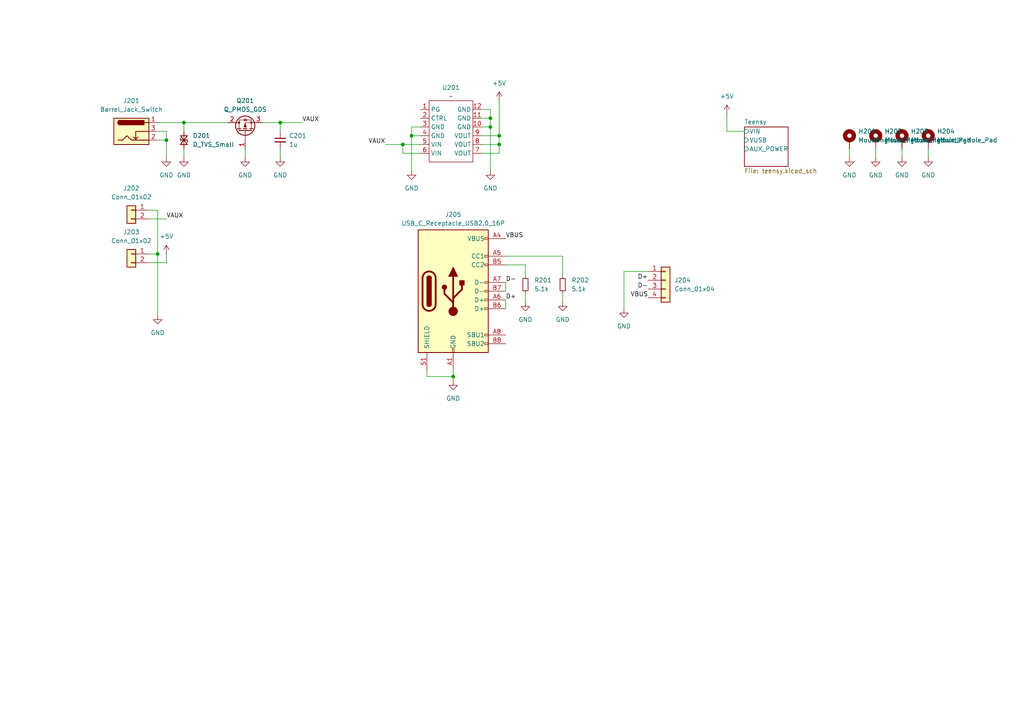
<source format=kicad_sch>
(kicad_sch (version 20250114) (generator "eeschema") (generator_version "9.0")
  (paper "A4")
  (lib_symbols
    (symbol "Connector:Barrel_Jack_Switch" (pin_names (hide yes))
      (property "Reference" "J" (at 0 5.334 0))
      (property "Value" "Barrel_Jack_Switch" (at 0 -5.08 0))
      (symbol "Barrel_Jack_Switch_0_1"
        (rectangle (start -5.08 3.81) (end 5.08 -3.81) (stroke (width 0.254)) (fill (type background)))
        (polyline (pts (xy -3.81 -2.54) (xy -2.54 -2.54) (xy -1.27 -1.27) (xy 0 -2.54) (xy 2.54 -2.54) (xy 5.08 -2.54)) (stroke (width 0.254)))
        (arc (start -3.302 1.905) (mid -3.9343 2.54) (end -3.302 3.175) (stroke (width 0.254)))
        (arc (start -3.302 1.905) (mid -3.9343 2.54) (end -3.302 3.175) (stroke (width 0.254)) (fill (type outline)))
        (polyline (pts (xy 1.27 -2.286) (xy 1.905 -1.651)) (stroke (width 0.254)))
        (rectangle (start 3.683 3.175) (end -3.302 1.905) (stroke (width 0.254)) (fill (type outline)))
        (polyline (pts (xy 5.08 2.54) (xy 3.81 2.54)) (stroke (width 0.254)))
        (polyline (pts (xy 5.08 0) (xy 1.27 0) (xy 1.27 -2.286) (xy 0.635 -1.651)) (stroke (width 0.254)))
      )
      (symbol "Barrel_Jack_Switch_1_1"
        (pin passive line (at 7.62 2.54 180) (length 2.54) (name "~") (number "1"))
        (pin passive line (at 7.62 0 180) (length 2.54) (name "~") (number "3"))
        (pin passive line (at 7.62 -2.54 180) (length 2.54) (name "~") (number "2"))
      )
    )
    (symbol "Connector:USB_C_Receptacle_USB2.0_16P" (pin_names (offset 1.016))
      (property "Reference" "J" (at 0 22.225 0))
      (property "Value" "USB_C_Receptacle_USB2.0_16P" (at 0 19.685 0))
      (symbol "USB_C_Receptacle_USB2.0_16P_0_0"
        (rectangle (start -0.254 -17.78) (end 0.254 -16.764))
        (rectangle (start 10.16 15.494) (end 9.144 14.986))
        (rectangle (start 10.16 10.414) (end 9.144 9.906))
        (rectangle (start 10.16 7.874) (end 9.144 7.366))
        (rectangle (start 10.16 2.794) (end 9.144 2.286))
        (rectangle (start 10.16 0.254) (end 9.144 -0.254))
        (rectangle (start 10.16 -2.286) (end 9.144 -2.794))
        (rectangle (start 10.16 -4.826) (end 9.144 -5.334))
        (rectangle (start 10.16 -12.446) (end 9.144 -12.954))
        (rectangle (start 10.16 -14.986) (end 9.144 -15.494))
      )
      (symbol "USB_C_Receptacle_USB2.0_16P_0_1"
        (rectangle (start -10.16 17.78) (end 10.16 -17.78) (stroke (width 0.254)) (fill (type background)))
        (polyline (pts (xy -8.89 -3.81) (xy -8.89 3.81)) (stroke (width 0.508)))
        (rectangle (start -7.62 -3.81) (end -6.35 3.81) (stroke (width 0.254)) (fill (type outline)))
        (arc (start -7.62 3.81) (mid -6.985 4.4423) (end -6.35 3.81) (stroke (width 0.254)))
        (arc (start -7.62 3.81) (mid -6.985 4.4423) (end -6.35 3.81) (stroke (width 0.254)) (fill (type outline)))
        (arc (start -8.89 3.81) (mid -6.985 5.7067) (end -5.08 3.81) (stroke (width 0.508)))
        (arc (start -5.08 -3.81) (mid -6.985 -5.7067) (end -8.89 -3.81) (stroke (width 0.508)))
        (arc (start -6.35 -3.81) (mid -6.985 -4.4423) (end -7.62 -3.81) (stroke (width 0.254)))
        (arc (start -6.35 -3.81) (mid -6.985 -4.4423) (end -7.62 -3.81) (stroke (width 0.254)) (fill (type outline)))
        (polyline (pts (xy -5.08 3.81) (xy -5.08 -3.81)) (stroke (width 0.508)))
        (circle (center -2.54 1.143) (radius 0.635) (stroke (width 0.254)) (fill (type outline)))
        (polyline (pts (xy -1.27 4.318) (xy 0 6.858) (xy 1.27 4.318) (xy -1.27 4.318)) (stroke (width 0.254)) (fill (type outline)))
        (polyline (pts (xy 0 -2.032) (xy 2.54 0.508) (xy 2.54 1.778)) (stroke (width 0.508)))
        (polyline (pts (xy 0 -3.302) (xy -2.54 -0.762) (xy -2.54 0.508)) (stroke (width 0.508)))
        (polyline (pts (xy 0 -5.842) (xy 0 4.318)) (stroke (width 0.508)))
        (circle (center 0 -5.842) (radius 1.27) (fill (type outline)))
        (rectangle (start 1.905 1.778) (end 3.175 3.048) (stroke (width 0.254)) (fill (type outline)))
      )
      (symbol "USB_C_Receptacle_USB2.0_16P_1_1"
        (pin passive line (at -7.62 -22.86 90) (length 5.08) (name "SHIELD") (number "S1"))
        (pin passive line (at 0 -22.86 90) (length 5.08) (name "GND") (number "A1"))
        (pin passive line (at 0 -22.86 90) (length 5.08) (hide yes) (name "GND") (number "A12"))
        (pin passive line (at 0 -22.86 90) (length 5.08) (hide yes) (name "GND") (number "B1"))
        (pin passive line (at 0 -22.86 90) (length 5.08) (hide yes) (name "GND") (number "B12"))
        (pin passive line (at 15.24 15.24 180) (length 5.08) (name "VBUS") (number "A4"))
        (pin passive line (at 15.24 15.24 180) (length 5.08) (hide yes) (name "VBUS") (number "A9"))
        (pin passive line (at 15.24 15.24 180) (length 5.08) (hide yes) (name "VBUS") (number "B4"))
        (pin passive line (at 15.24 15.24 180) (length 5.08) (hide yes) (name "VBUS") (number "B9"))
        (pin bidirectional line (at 15.24 10.16 180) (length 5.08) (name "CC1") (number "A5"))
        (pin bidirectional line (at 15.24 7.62 180) (length 5.08) (name "CC2") (number "B5"))
        (pin bidirectional line (at 15.24 2.54 180) (length 5.08) (name "D-") (number "A7"))
        (pin bidirectional line (at 15.24 0 180) (length 5.08) (name "D-") (number "B7"))
        (pin bidirectional line (at 15.24 -2.54 180) (length 5.08) (name "D+") (number "A6"))
        (pin bidirectional line (at 15.24 -5.08 180) (length 5.08) (name "D+") (number "B6"))
        (pin bidirectional line (at 15.24 -12.7 180) (length 5.08) (name "SBU1") (number "A8"))
        (pin bidirectional line (at 15.24 -15.24 180) (length 5.08) (name "SBU2") (number "B8"))
      )
    )
    (symbol "Connector_Generic:Conn_01x02" (pin_names (offset 1.016) (hide yes))
      (property "Reference" "J" (at 0 2.54 0))
      (property "Value" "Conn_01x02" (at 0 -5.08 0))
      (symbol "Conn_01x02_1_1"
        (rectangle (start -1.27 1.27) (end 1.27 -3.81) (stroke (width 0.254)) (fill (type background)))
        (rectangle (start -1.27 0.127) (end 0 -0.127) (stroke (width 0.1524)))
        (rectangle (start -1.27 -2.413) (end 0 -2.667) (stroke (width 0.1524)))
        (pin passive line (at -5.08 0 0) (length 3.81) (name "Pin_1") (number "1"))
        (pin passive line (at -5.08 -2.54 0) (length 3.81) (name "Pin_2") (number "2"))
      )
    )
    (symbol "Connector_Generic:Conn_01x04" (pin_names (offset 1.016) (hide yes))
      (property "Reference" "J" (at 0 5.08 0))
      (property "Value" "Conn_01x04" (at 0 -7.62 0))
      (symbol "Conn_01x04_1_1"
        (rectangle (start -1.27 3.81) (end 1.27 -6.35) (stroke (width 0.254)) (fill (type background)))
        (rectangle (start -1.27 2.667) (end 0 2.413) (stroke (width 0.1524)))
        (rectangle (start -1.27 0.127) (end 0 -0.127) (stroke (width 0.1524)))
        (rectangle (start -1.27 -2.413) (end 0 -2.667) (stroke (width 0.1524)))
        (rectangle (start -1.27 -4.953) (end 0 -5.207) (stroke (width 0.1524)))
        (pin passive line (at -5.08 2.54 0) (length 3.81) (name "Pin_1") (number "1"))
        (pin passive line (at -5.08 0 0) (length 3.81) (name "Pin_2") (number "2"))
        (pin passive line (at -5.08 -2.54 0) (length 3.81) (name "Pin_3") (number "3"))
        (pin passive line (at -5.08 -5.08 0) (length 3.81) (name "Pin_4") (number "4"))
      )
    )
    (symbol "Device:C_Small" (pin_numbers (hide yes)) (pin_names (offset 0.254) (hide yes))
      (property "Reference" "C" (at 0.254 1.778 0))
      (property "Value" "C_Small" (at 0.254 -2.032 0))
      (symbol "C_Small_0_1"
        (polyline (pts (xy -1.524 0.508) (xy 1.524 0.508)) (stroke (width 0.3048)))
        (polyline (pts (xy -1.524 -0.508) (xy 1.524 -0.508)) (stroke (width 0.3302)))
      )
      (symbol "C_Small_1_1"
        (pin passive line (at 0 2.54 270) (length 2.032) (name "~") (number "1"))
        (pin passive line (at 0 -2.54 90) (length 2.032) (name "~") (number "2"))
      )
    )
    (symbol "Device:D_TVS_Small" (pin_numbers (hide yes)) (pin_names (offset 1.016) (hide yes))
      (property "Reference" "D" (at 0 2.54 0))
      (property "Value" "D_TVS_Small" (at 0 -2.54 0))
      (symbol "D_TVS_Small_0_1"
        (polyline (pts (xy -1.27 1.016) (xy -1.27 -1.016) (xy 1.27 1.016) (xy 1.27 -1.016) (xy -1.27 1.016)) (stroke (width 0.254)))
        (polyline (pts (xy -1.27 0) (xy 1.27 0)))
        (polyline (pts (xy 0.508 1.016) (xy 0 1.016) (xy 0 -1.016) (xy -0.508 -1.016)) (stroke (width 0.254)))
      )
      (symbol "D_TVS_Small_1_1"
        (pin passive line (at -2.54 0 0) (length 1.27) (name "A1") (number "1"))
        (pin passive line (at 2.54 0 180) (length 1.27) (name "A2") (number "2"))
      )
    )
    (symbol "Device:R_Small" (pin_numbers (hide yes)) (pin_names (offset 0.254) (hide yes))
      (property "Reference" "R" (at 0.762 0.508 0))
      (property "Value" "R_Small" (at 0.762 -1.016 0))
      (symbol "R_Small_0_1"
        (rectangle (start -0.762 1.778) (end 0.762 -1.778) (stroke (width 0.2032)))
      )
      (symbol "R_Small_1_1"
        (pin passive line (at 0 2.54 270) (length 0.762) (name "~") (number "1"))
        (pin passive line (at 0 -2.54 90) (length 0.762) (name "~") (number "2"))
      )
    )
    (symbol "Mechanical:MountingHole_Pad" (pin_numbers (hide yes)) (pin_names (offset 1.016) (hide yes)) (exclude_from_sim yes) (in_bom no)
      (property "Reference" "H" (at 0 6.35 0))
      (property "Value" "MountingHole_Pad" (at 0 4.445 0))
      (symbol "MountingHole_Pad_0_1"
        (circle (center 0 1.27) (radius 1.27) (stroke (width 1.27)))
      )
      (symbol "MountingHole_Pad_1_1"
        (pin input line (at 0 -2.54 90) (length 2.54) (name "1") (number "1"))
      )
    )
    (symbol "NiLibrary:AE-MYMGK00506ERSR-5V0"
      (property "Reference" "U" (at 0 0 0))
      (symbol "AE-MYMGK00506ERSR-5V0_0_1"
        (rectangle (start -6.35 -1.27) (end 6.35 -19.05))
      )
      (symbol "AE-MYMGK00506ERSR-5V0_1_1"
        (pin output line (at -8.89 -3.81 0) (length 2.54) (name "PG") (number "1"))
        (pin input line (at -8.89 -6.35 0) (length 2.54) (name "CTRL") (number "2"))
        (pin power_in line (at -8.89 -8.89 0) (length 2.54) (name "GND") (number "3"))
        (pin power_in line (at -8.89 -11.43 0) (length 2.54) (name "GND") (number "4"))
        (pin power_in line (at -8.89 -13.97 0) (length 2.54) (name "VIN") (number "5"))
        (pin power_in line (at -8.89 -16.51 0) (length 2.54) (name "VIN") (number "6"))
        (pin power_out line (at 8.89 -3.81 180) (length 2.54) (name "GND") (number "12"))
        (pin power_out line (at 8.89 -6.35 180) (length 2.54) (name "GND") (number "11"))
        (pin power_out line (at 8.89 -8.89 180) (length 2.54) (name "GND") (number "10"))
        (pin power_out line (at 8.89 -11.43 180) (length 2.54) (name "VOUT") (number "9"))
        (pin power_out line (at 8.89 -13.97 180) (length 2.54) (name "VOUT") (number "8"))
        (pin power_out line (at 8.89 -16.51 180) (length 2.54) (name "VOUT") (number "7"))
      )
    )
    (symbol "Transistor_FET:Q_PMOS_GDS" (pin_names (offset 0) (hide yes))
      (property "Reference" "Q" (at 5.08 1.905 0))
      (property "Value" "Q_PMOS_GDS" (at 5.08 0 0))
      (symbol "Q_PMOS_GDS_0_1"
        (polyline (pts (xy 0.254 1.905) (xy 0.254 -1.905)) (stroke (width 0.254)))
        (polyline (pts (xy 0.254 0) (xy -2.54 0)))
        (polyline (pts (xy 0.762 2.286) (xy 0.762 1.27)) (stroke (width 0.254)))
        (polyline (pts (xy 0.762 1.778) (xy 3.302 1.778) (xy 3.302 -1.778) (xy 0.762 -1.778)))
        (polyline (pts (xy 0.762 0.508) (xy 0.762 -0.508)) (stroke (width 0.254)))
        (polyline (pts (xy 0.762 -1.27) (xy 0.762 -2.286)) (stroke (width 0.254)))
        (circle (center 1.651 0) (radius 2.794) (stroke (width 0.254)))
        (polyline (pts (xy 2.286 0) (xy 1.27 0.381) (xy 1.27 -0.381) (xy 2.286 0)) (fill (type outline)))
        (polyline (pts (xy 2.54 2.54) (xy 2.54 1.778)))
        (circle (center 2.54 1.778) (radius 0.254) (fill (type outline)))
        (circle (center 2.54 -1.778) (radius 0.254) (fill (type outline)))
        (polyline (pts (xy 2.54 -2.54) (xy 2.54 0) (xy 0.762 0)))
        (polyline (pts (xy 2.921 -0.381) (xy 3.683 -0.381)))
        (polyline (pts (xy 3.302 -0.381) (xy 2.921 0.254) (xy 3.683 0.254) (xy 3.302 -0.381)))
      )
      (symbol "Q_PMOS_GDS_1_1"
        (pin input line (at -5.08 0 0) (length 2.54) (name "G") (number "1"))
        (pin passive line (at 2.54 5.08 270) (length 2.54) (name "D") (number "2"))
        (pin passive line (at 2.54 -5.08 90) (length 2.54) (name "S") (number "3"))
      )
    )
    (symbol "power:+5V" (power) (pin_numbers (hide yes)) (pin_names (offset 0) (hide yes))
      (property "Value" "+5V" (at 0 3.556 0))
      (symbol "+5V_0_1"
        (polyline (pts (xy -0.762 1.27) (xy 0 2.54)))
        (polyline (pts (xy 0 2.54) (xy 0.762 1.27)))
        (polyline (pts (xy 0 0) (xy 0 2.54)))
      )
      (symbol "+5V_1_1"
        (pin power_in line (at 0 0 90) (length 0) (name "~") (number "1"))
      )
    )
    (symbol "power:GND" (power) (pin_numbers (hide yes)) (pin_names (offset 0) (hide yes))
      (property "Value" "GND" (at 0 -3.81 0))
      (symbol "GND_0_1"
        (polyline (pts (xy 0 0) (xy 0 -1.27) (xy 1.27 -1.27) (xy 0 -2.54) (xy -1.27 -1.27) (xy 0 -1.27)))
      )
      (symbol "GND_1_1"
        (pin power_in line (at 0 0 270) (length 0) (name "~") (number "1"))
      )
    )
  )
  (junction (at 142.24 36.83))
  (junction (at 131.445 109.22))
  (junction (at 116.84 41.91))
  (junction (at 142.24 34.29))
  (junction (at 45.72 73.66))
  (junction (at 48.26 40.64))
  (junction (at 53.34 35.56))
  (junction (at 81.28 35.56))
  (junction (at 144.78 41.91))
  (junction (at 119.38 39.37))
  (junction (at 144.78 39.37))
  (wire (pts (xy 45.72 35.56) (xy 53.34 35.56)))
  (wire (pts (xy 246.38 43.18) (xy 246.38 45.72)))
  (wire (pts (xy 152.4 85.09) (xy 152.4 87.63)))
  (wire (pts (xy 119.38 39.37) (xy 121.92 39.37)))
  (wire (pts (xy 119.38 36.83) (xy 121.92 36.83)))
  (wire (pts (xy 142.24 31.75) (xy 142.24 34.29)))
  (wire (pts (xy 152.4 76.835) (xy 152.4 80.01)))
  (wire (pts (xy 139.7 34.29) (xy 142.24 34.29)))
  (wire (pts (xy 43.18 63.5) (xy 48.26 63.5)))
  (wire (pts (xy 131.445 109.22) (xy 131.445 110.49)))
  (wire (pts (xy 81.28 43.18) (xy 81.28 45.72)))
  (wire (pts (xy 119.38 39.37) (xy 119.38 36.83)))
  (wire (pts (xy 71.12 43.18) (xy 71.12 45.72)))
  (wire (pts (xy 210.82 38.1) (xy 215.9 38.1)))
  (wire (pts (xy 139.7 39.37) (xy 144.78 39.37)))
  (wire (pts (xy 53.34 35.56) (xy 66.04 35.56)))
  (wire (pts (xy 144.78 39.37) (xy 144.78 41.91)))
  (wire (pts (xy 180.975 78.74) (xy 187.96 78.74)))
  (wire (pts (xy 119.38 49.53) (xy 119.38 39.37)))
  (wire (pts (xy 116.84 44.45) (xy 116.84 41.91)))
  (wire (pts (xy 43.18 60.96) (xy 45.72 60.96)))
  (wire (pts (xy 48.26 73.66) (xy 48.26 76.2)))
  (wire (pts (xy 163.195 74.295) (xy 163.195 80.01)))
  (wire (pts (xy 142.24 34.29) (xy 142.24 36.83)))
  (wire (pts (xy 144.78 29.21) (xy 144.78 39.37)))
  (wire (pts (xy 111.76 41.91) (xy 116.84 41.91)))
  (wire (pts (xy 144.78 41.91) (xy 144.78 44.45)))
  (wire (pts (xy 163.195 85.09) (xy 163.195 87.63)))
  (wire (pts (xy 45.72 40.64) (xy 48.26 40.64)))
  (wire (pts (xy 123.825 109.22) (xy 131.445 109.22)))
  (wire (pts (xy 146.685 74.295) (xy 163.195 74.295)))
  (wire (pts (xy 146.685 81.915) (xy 146.685 84.455)))
  (wire (pts (xy 45.72 60.96) (xy 45.72 73.66)))
  (wire (pts (xy 139.7 36.83) (xy 142.24 36.83)))
  (wire (pts (xy 139.7 41.91) (xy 144.78 41.91)))
  (wire (pts (xy 180.975 89.535) (xy 180.975 78.74)))
  (wire (pts (xy 53.34 35.56) (xy 53.34 38.1)))
  (wire (pts (xy 142.24 36.83) (xy 142.24 49.53)))
  (wire (pts (xy 53.34 43.18) (xy 53.34 45.72)))
  (wire (pts (xy 261.62 43.18) (xy 261.62 45.72)))
  (wire (pts (xy 139.7 31.75) (xy 142.24 31.75)))
  (wire (pts (xy 121.92 44.45) (xy 116.84 44.45)))
  (wire (pts (xy 45.72 38.1) (xy 48.26 38.1)))
  (wire (pts (xy 210.82 33.02) (xy 210.82 38.1)))
  (wire (pts (xy 76.2 35.56) (xy 81.28 35.56)))
  (wire (pts (xy 81.28 35.56) (xy 87.63 35.56)))
  (wire (pts (xy 81.28 35.56) (xy 81.28 38.1)))
  (wire (pts (xy 269.24 43.18) (xy 269.24 45.72)))
  (wire (pts (xy 48.26 40.64) (xy 48.26 45.72)))
  (wire (pts (xy 139.7 44.45) (xy 144.78 44.45)))
  (wire (pts (xy 146.685 76.835) (xy 152.4 76.835)))
  (wire (pts (xy 48.26 38.1) (xy 48.26 40.64)))
  (wire (pts (xy 43.18 73.66) (xy 45.72 73.66)))
  (wire (pts (xy 45.72 73.66) (xy 45.72 91.44)))
  (wire (pts (xy 123.825 107.315) (xy 123.825 109.22)))
  (wire (pts (xy 254 43.18) (xy 254 45.72)))
  (wire (pts (xy 116.84 41.91) (xy 121.92 41.91)))
  (wire (pts (xy 146.685 86.995) (xy 146.685 89.535)))
  (wire (pts (xy 131.445 107.315) (xy 131.445 109.22)))
  (wire (pts (xy 43.18 76.2) (xy 48.26 76.2)))
  (label "VAUX" (at 111.76 41.91 180))
  (label "VBUS" (at 187.96 86.36 180))
  (label "VBUS" (at 146.685 69.215 0))
  (label "VAUX" (at 48.26 63.5 0))
  (label "D-" (at 146.685 81.915 0))
  (label "D+" (at 187.96 81.28 180))
  (label "VAUX" (at 87.63 35.56 0))
  (label "D+" (at 146.685 86.995 0))
  (label "D-" (at 187.96 83.82 180))
  (symbol (lib_id "power:GND") (at 48.26 45.72 0) (unit 1)
    (property "Reference" "#PWR0202" (effects (hide yes)))
    (property "Value" "GND" (at 48.26 50.8 0))
    (property "Description" "Power symbol creates a global label with name \"GND\" , ground" (effects (hide yes)))
  )
  (symbol (lib_id "Device:R_Small") (at 163.195 82.55 0) (unit 1)
    (property "Reference" "R202" (at 165.735 81.2799 0) (effects (justify left)))
    (property "Value" "5.1k" (at 165.735 83.8199 0) (effects (justify left)))
    (property "Footprint" "Resistor_SMD:R_0603_1608Metric" (effects (hide yes)))
    (property "Description" "Resistor, small symbol" (effects (hide yes)))
  )
  (symbol (lib_id "Connector_Generic:Conn_01x02") (at 38.1 73.66 0) (mirror y) (unit 1)
    (property "Reference" "J203" (at 38.1 67.31 0))
    (property "Value" "Conn_01x02" (at 38.1 69.85 0))
    (property "Footprint" "Connector_PinHeader_2.54mm:PinHeader_1x02_P2.54mm_Vertical" (effects (hide yes)))
    (property "Description" "Generic connector, single row, 01x02, script generated (kicad-library-utils/schlib/autogen/connector/)" (effects (hide yes)))
  )
  (symbol (lib_id "power:+5V") (at 144.78 29.21 0) (unit 1)
    (property "Reference" "#PWR0209" (effects (hide yes)))
    (property "Value" "+5V" (at 144.78 24.13 0))
    (property "Description" "Power symbol creates a global label with name \"+5V\"" (effects (hide yes)))
  )
  (symbol (lib_id "NiLibrary:AE-MYMGK00506ERSR-5V0") (at 130.81 27.94 0) (unit 1)
    (property "Reference" "U201" (at 130.81 25.4 0))
    (property "Value" "~" (at 130.81 27.94 0))
    (property "Footprint" "NiLibrary:AE-MYMGK00506ERSR-5V0" (effects (hide yes)))
  )
  (symbol (lib_id "power:GND") (at 261.62 45.72 0) (unit 1)
    (property "Reference" "#PWR0213" (effects (hide yes)))
    (property "Value" "GND" (at 261.62 50.8 0))
    (property "Description" "Power symbol creates a global label with name \"GND\" , ground" (effects (hide yes)))
  )
  (symbol (lib_id "power:GND") (at 246.38 45.72 0) (unit 1)
    (property "Reference" "#PWR0211" (effects (hide yes)))
    (property "Value" "GND" (at 246.38 50.8 0))
    (property "Description" "Power symbol creates a global label with name \"GND\" , ground" (effects (hide yes)))
  )
  (symbol (lib_id "Device:R_Small") (at 152.4 82.55 0) (unit 1)
    (property "Reference" "R201" (at 154.94 81.2799 0) (effects (justify left)))
    (property "Value" "5.1k" (at 154.94 83.8199 0) (effects (justify left)))
    (property "Footprint" "Resistor_SMD:R_0603_1608Metric" (effects (hide yes)))
    (property "Description" "Resistor, small symbol" (effects (hide yes)))
  )
  (symbol (lib_id "power:GND") (at 163.195 87.63 0) (unit 1)
    (property "Reference" "#PWR0218" (effects (hide yes)))
    (property "Value" "GND" (at 163.195 92.71 0))
    (property "Description" "Power symbol creates a global label with name \"GND\" , ground" (effects (hide yes)))
  )
  (symbol (lib_id "Mechanical:MountingHole_Pad") (at 269.24 40.64 0) (unit 1) (exclude_from_sim yes) (in_bom no)
    (property "Reference" "H204" (at 271.78 38.0999 0) (effects (justify left)))
    (property "Value" "MountingHole_Pad" (at 271.78 40.6399 0) (effects (justify left)))
    (property "Footprint" "MountingHole:MountingHole_2.5mm_Pad_Via" (effects (hide yes)))
    (property "Description" "Mounting Hole with connection" (effects (hide yes)))
  )
  (symbol (lib_id "Mechanical:MountingHole_Pad") (at 246.38 40.64 0) (unit 1) (exclude_from_sim yes) (in_bom no)
    (property "Reference" "H201" (at 248.92 38.0999 0) (effects (justify left)))
    (property "Value" "MountingHole_Pad" (at 248.92 40.6399 0) (effects (justify left)))
    (property "Footprint" "MountingHole:MountingHole_2.5mm_Pad_Via" (effects (hide yes)))
    (property "Description" "Mounting Hole with connection" (effects (hide yes)))
  )
  (symbol (lib_id "power:GND") (at 152.4 87.63 0) (unit 1)
    (property "Reference" "#PWR0217" (effects (hide yes)))
    (property "Value" "GND" (at 152.4 92.71 0))
    (property "Description" "Power symbol creates a global label with name \"GND\" , ground" (effects (hide yes)))
  )
  (symbol (lib_id "power:GND") (at 119.38 49.53 0) (unit 1)
    (property "Reference" "#PWR0207" (effects (hide yes)))
    (property "Value" "GND" (at 119.38 54.61 0))
    (property "Description" "Power symbol creates a global label with name \"GND\" , ground" (effects (hide yes)))
  )
  (symbol (lib_id "power:+5V") (at 48.26 73.66 0) (unit 1)
    (property "Reference" "#PWR0203" (effects (hide yes)))
    (property "Value" "+5V" (at 48.26 68.58 0))
    (property "Description" "Power symbol creates a global label with name \"+5V\"" (effects (hide yes)))
  )
  (symbol (lib_id "Device:D_TVS_Small") (at 53.34 40.64 90) (unit 1)
    (property "Reference" "D201" (at 55.88 39.3699 90) (effects (justify right)))
    (property "Value" "D_TVS_Small" (at 55.88 41.9099 90) (effects (justify right)))
    (property "Footprint" "Diode_SMD:D_SOD-523" (effects (hide yes)))
    (property "Description" "Bidirectional transient-voltage-suppression diode, small symbol" (effects (hide yes)))
  )
  (symbol (lib_id "Transistor_FET:Q_PMOS_GDS") (at 71.12 38.1 90) (unit 1)
    (property "Reference" "Q201" (at 71.12 29.21 90))
    (property "Value" "Q_PMOS_GDS" (at 71.12 31.75 90))
    (property "Footprint" "Package_TO_SOT_SMD:TO-252-2" (effects (hide yes)))
    (property "Description" "P-MOSFET transistor, gate/drain/source" (effects (hide yes)))
  )
  (symbol (lib_id "power:GND") (at 45.72 91.44 0) (unit 1)
    (property "Reference" "#PWR0201" (effects (hide yes)))
    (property "Value" "GND" (at 45.72 96.52 0))
    (property "Description" "Power symbol creates a global label with name \"GND\" , ground" (effects (hide yes)))
  )
  (symbol (lib_id "power:GND") (at 269.24 45.72 0) (unit 1)
    (property "Reference" "#PWR0214" (effects (hide yes)))
    (property "Value" "GND" (at 269.24 50.8 0))
    (property "Description" "Power symbol creates a global label with name \"GND\" , ground" (effects (hide yes)))
  )
  (symbol (lib_id "Mechanical:MountingHole_Pad") (at 261.62 40.64 0) (unit 1) (exclude_from_sim yes) (in_bom no)
    (property "Reference" "H203" (at 264.16 38.0999 0) (effects (justify left)))
    (property "Value" "MountingHole_Pad" (at 264.16 40.6399 0) (effects (justify left)))
    (property "Footprint" "MountingHole:MountingHole_2.5mm_Pad_Via" (effects (hide yes)))
    (property "Description" "Mounting Hole with connection" (effects (hide yes)))
  )
  (symbol (lib_id "Connector:USB_C_Receptacle_USB2.0_16P") (at 131.445 84.455 0) (unit 1)
    (property "Reference" "J205" (at 131.445 62.23 0))
    (property "Value" "USB_C_Receptacle_USB2.0_16P" (at 131.445 64.77 0))
    (property "Footprint" "Connector_USB:USB_C_Receptacle_G-Switch_GT-USB-7010ASV" (effects (hide yes)))
    (property "Datasheet" "https://www.usb.org/sites/default/files/documents/usb_type-c.zip" (effects (hide yes)))
    (property "Description" "USB 2.0-only 16P Type-C Receptacle connector" (effects (hide yes)))
    (property "Field5" "C2988369" (effects (hide yes)))
  )
  (symbol (lib_id "Mechanical:MountingHole_Pad") (at 254 40.64 0) (unit 1) (exclude_from_sim yes) (in_bom no)
    (property "Reference" "H202" (at 256.54 38.0999 0) (effects (justify left)))
    (property "Value" "MountingHole_Pad" (at 256.54 40.6399 0) (effects (justify left)))
    (property "Footprint" "MountingHole:MountingHole_2.5mm_Pad_Via" (effects (hide yes)))
    (property "Description" "Mounting Hole with connection" (effects (hide yes)))
  )
  (symbol (lib_id "power:GND") (at 131.445 110.49 0) (unit 1)
    (property "Reference" "#PWR0216" (effects (hide yes)))
    (property "Value" "GND" (at 131.445 115.57 0))
    (property "Description" "Power symbol creates a global label with name \"GND\" , ground" (effects (hide yes)))
  )
  (symbol (lib_id "power:GND") (at 180.975 89.535 0) (unit 1)
    (property "Reference" "#PWR0215" (effects (hide yes)))
    (property "Value" "GND" (at 180.975 94.615 0))
    (property "Description" "Power symbol creates a global label with name \"GND\" , ground" (effects (hide yes)))
  )
  (symbol (lib_id "Connector_Generic:Conn_01x04") (at 193.04 81.28 0) (unit 1)
    (property "Reference" "J204" (at 195.58 81.2799 0) (effects (justify left)))
    (property "Value" "Conn_01x04" (at 195.58 83.8199 0) (effects (justify left)))
    (property "Footprint" "Connector_PinSocket_2.54mm:PinSocket_1x04_P2.54mm_Vertical" (effects (hide yes)))
    (property "Description" "Generic connector, single row, 01x04, script generated (kicad-library-utils/schlib/autogen/connector/)" (effects (hide yes)))
  )
  (symbol (lib_id "Device:C_Small") (at 81.28 40.64 0) (unit 1)
    (property "Reference" "C201" (at 83.82 39.3762 0) (effects (justify left)))
    (property "Value" "1u" (at 83.82 41.9162 0) (effects (justify left)))
    (property "Footprint" "Capacitor_SMD:C_0603_1608Metric" (effects (hide yes)))
    (property "Description" "Unpolarized capacitor, small symbol" (effects (hide yes)))
  )
  (symbol (lib_id "power:GND") (at 142.24 49.53 0) (unit 1)
    (property "Reference" "#PWR0208" (effects (hide yes)))
    (property "Value" "GND" (at 142.24 54.61 0))
    (property "Description" "Power symbol creates a global label with name \"GND\" , ground" (effects (hide yes)))
  )
  (symbol (lib_id "power:GND") (at 71.12 45.72 0) (unit 1)
    (property "Reference" "#PWR0205" (effects (hide yes)))
    (property "Value" "GND" (at 71.12 50.8 0))
    (property "Description" "Power symbol creates a global label with name \"GND\" , ground" (effects (hide yes)))
  )
  (symbol (lib_id "Connector:Barrel_Jack_Switch") (at 38.1 38.1 0) (unit 1)
    (property "Reference" "J201" (at 38.1 29.21 0))
    (property "Value" "Barrel_Jack_Switch" (at 38.1 31.75 0))
    (property "Footprint" "Connector_BarrelJack:BarrelJack_Horizontal" (effects (hide yes)))
    (property "Description" "DC Barrel Jack with an internal switch" (effects (hide yes)))
  )
  (symbol (lib_id "Connector_Generic:Conn_01x02") (at 38.1 60.96 0) (mirror y) (unit 1)
    (property "Reference" "J202" (at 38.1 54.61 0))
    (property "Value" "Conn_01x02" (at 38.1 57.15 0))
    (property "Footprint" "Connector_PinHeader_2.54mm:PinHeader_1x02_P2.54mm_Vertical" (effects (hide yes)))
    (property "Description" "Generic connector, single row, 01x02, script generated (kicad-library-utils/schlib/autogen/connector/)" (effects (hide yes)))
  )
  (symbol (lib_id "power:GND") (at 254 45.72 0) (unit 1)
    (property "Reference" "#PWR0212" (effects (hide yes)))
    (property "Value" "GND" (at 254 50.8 0))
    (property "Description" "Power symbol creates a global label with name \"GND\" , ground" (effects (hide yes)))
  )
  (symbol (lib_id "power:GND") (at 53.34 45.72 0) (unit 1)
    (property "Reference" "#PWR0204" (effects (hide yes)))
    (property "Value" "GND" (at 53.34 50.8 0))
    (property "Description" "Power symbol creates a global label with name \"GND\" , ground" (effects (hide yes)))
  )
  (symbol (lib_id "power:+5V") (at 210.82 33.02 0) (unit 1)
    (property "Reference" "#PWR0210" (effects (hide yes)))
    (property "Value" "+5V" (at 210.82 27.94 0))
    (property "Description" "Power symbol creates a global label with name \"+5V\"" (effects (hide yes)))
  )
  (symbol (lib_id "power:GND") (at 81.28 45.72 0) (unit 1)
    (property "Reference" "#PWR0206" (effects (hide yes)))
    (property "Value" "GND" (at 81.28 50.8 0))
    (property "Description" "Power symbol creates a global label with name \"GND\" , ground" (effects (hide yes)))
  )
  (sheet (at 215.9 36.83) (size 12.7 11.43) (stroke (width 0.1524))
    (property "Sheetname" "Teensy" (at 215.9 36.1184 0) (effects (justify left bottom)))
    (property "Sheetfile" "teensy.kicad_sch" (at 215.9 48.8446 0) (effects (justify left top)))
    (pin "VIN" input (at 215.9 38.1 180))
    (pin "VUSB" input (at 215.9 40.64 180))
    (pin "AUX_POWER" input (at 215.9 43.18 180))
  )
)
</source>
